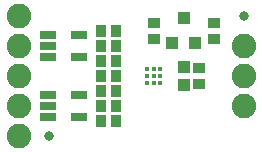
<source format=gbr>
G04 EAGLE Gerber RS-274X export*
G75*
%MOMM*%
%FSLAX34Y34*%
%LPD*%
%INSoldermask Top*%
%IPPOS*%
%AMOC8*
5,1,8,0,0,1.08239X$1,22.5*%
G01*
%ADD10R,0.903200X1.103200*%
%ADD11R,1.403200X0.753200*%
%ADD12R,1.003200X1.003200*%
%ADD13R,1.103200X0.903200*%
%ADD14C,2.082800*%
%ADD15R,1.003200X1.103200*%
%ADD16C,0.403200*%
%ADD17C,0.838200*%


D10*
X95400Y101600D03*
X82400Y101600D03*
X95400Y50800D03*
X82400Y50800D03*
X95400Y63500D03*
X82400Y63500D03*
D11*
X37799Y98400D03*
X37799Y88900D03*
X37799Y79400D03*
X63801Y79400D03*
X63801Y98400D03*
X37799Y47600D03*
X37799Y38100D03*
X37799Y28600D03*
X63801Y28600D03*
X63801Y47600D03*
D10*
X95400Y76200D03*
X82400Y76200D03*
X82400Y38100D03*
X95400Y38100D03*
D12*
X152400Y71000D03*
X152400Y56000D03*
D13*
X127000Y108100D03*
X127000Y95100D03*
X177800Y108100D03*
X177800Y95100D03*
X165100Y57000D03*
X165100Y70000D03*
D14*
X203200Y88900D03*
X203200Y63500D03*
X203200Y38100D03*
D10*
X95400Y88900D03*
X82400Y88900D03*
X82400Y25400D03*
X95400Y25400D03*
D15*
X152400Y112600D03*
X161900Y91600D03*
X142900Y91600D03*
D14*
X12700Y114300D03*
X12700Y88900D03*
X12700Y63500D03*
X12700Y38100D03*
X12700Y12700D03*
D16*
X132600Y57900D03*
X127000Y57900D03*
X121400Y57900D03*
X132600Y63500D03*
X127000Y63500D03*
X121400Y63500D03*
X132600Y69100D03*
X127000Y69100D03*
X121400Y69100D03*
D17*
X38100Y12700D03*
X203200Y114300D03*
M02*

</source>
